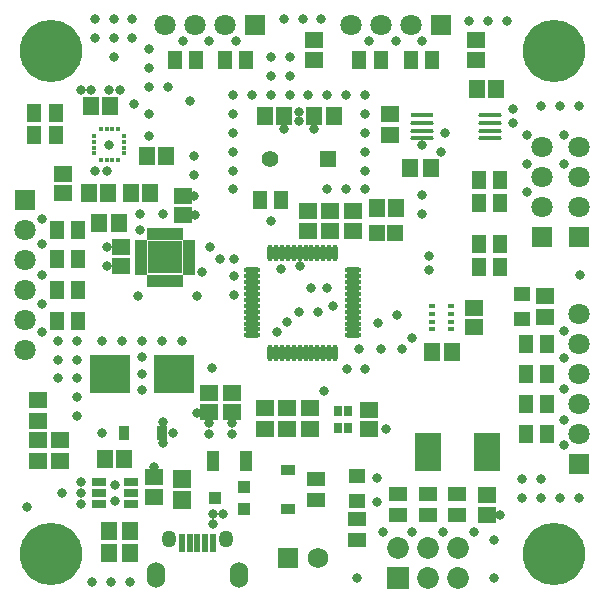
<source format=gts>
G04*
G04 #@! TF.GenerationSoftware,Altium Limited,Altium Designer,21.7.1 (17)*
G04*
G04 Layer_Color=8388736*
%FSLAX42Y42*%
%MOMM*%
G71*
G04*
G04 #@! TF.SameCoordinates,023FFD1A-8B7E-49EE-8FAD-F7FEFAD85E63*
G04*
G04*
G04 #@! TF.FilePolarity,Negative*
G04*
G01*
G75*
%ADD18R,1.96X0.42*%
G04:AMPARAMS|DCode=19|XSize=1.96mm|YSize=0.42mm|CornerRadius=0.21mm|HoleSize=0mm|Usage=FLASHONLY|Rotation=0.000|XOffset=0mm|YOffset=0mm|HoleType=Round|Shape=RoundedRectangle|*
%AMROUNDEDRECTD19*
21,1,1.96,0.00,0,0,0.0*
21,1,1.53,0.42,0,0,0.0*
1,1,0.42,0.77,0.00*
1,1,0.42,-0.77,0.00*
1,1,0.42,-0.77,0.00*
1,1,0.42,0.77,0.00*
%
%ADD19ROUNDEDRECTD19*%
%ADD27R,0.30X0.45*%
%ADD28R,0.45X0.30*%
%ADD30R,0.50X0.35*%
%ADD32R,0.91X1.22*%
%ADD34R,0.65X0.85*%
%ADD36R,1.22X0.91*%
%ADD40R,1.56X1.55*%
%ADD42R,1.00X1.80*%
%ADD43R,1.35X1.46*%
%ADD44R,0.60X1.55*%
%ADD45R,1.55X1.20*%
%ADD46R,1.20X1.55*%
%ADD47R,1.60X1.45*%
%ADD48R,1.00X1.00*%
%ADD49R,1.00X0.55*%
%ADD50R,0.55X1.05*%
%ADD51R,2.90X2.80*%
%ADD52R,1.45X1.60*%
%ADD53R,1.55X1.35*%
%ADD54R,3.40X3.30*%
%ADD55R,1.40X1.30*%
%ADD56R,2.20X3.20*%
%ADD57O,0.50X1.40*%
%ADD58O,1.40X0.50*%
%ADD59R,1.20X0.80*%
%ADD60R,1.35X1.55*%
%ADD61C,5.28*%
%ADD62O,1.55X2.20*%
%ADD63O,1.25X1.45*%
%ADD64C,1.80*%
%ADD65R,1.80X1.80*%
%ADD66R,1.40X1.40*%
%ADD67C,1.40*%
%ADD68R,1.80X1.80*%
%ADD69C,1.75*%
%ADD70R,1.75X1.75*%
%ADD71R,1.85X1.85*%
%ADD72C,1.85*%
%ADD73C,0.81*%
%ADD74C,0.56*%
%ADD75C,0.60*%
%ADD76C,1.00*%
%ADD77C,0.70*%
D18*
X6012Y6587D02*
D03*
D19*
Y6522D02*
D03*
Y6457D02*
D03*
Y6392D02*
D03*
X6588D02*
D03*
Y6457D02*
D03*
Y6522D02*
D03*
Y6587D02*
D03*
D27*
X3440Y6468D02*
D03*
X3390D02*
D03*
X3340D02*
D03*
X3290D02*
D03*
Y6213D02*
D03*
X3340D02*
D03*
X3390D02*
D03*
X3440D02*
D03*
D28*
X3238Y6415D02*
D03*
Y6365D02*
D03*
Y6315D02*
D03*
Y6265D02*
D03*
X3492D02*
D03*
Y6315D02*
D03*
Y6365D02*
D03*
Y6415D02*
D03*
D30*
X6100Y4778D02*
D03*
Y4842D02*
D03*
Y4908D02*
D03*
Y4972D02*
D03*
X6260D02*
D03*
Y4908D02*
D03*
Y4842D02*
D03*
Y4778D02*
D03*
D32*
X3814Y3900D02*
D03*
X3486D02*
D03*
D34*
X5297Y4083D02*
D03*
X5383D02*
D03*
X5297Y3938D02*
D03*
X5383D02*
D03*
D36*
X4880Y3256D02*
D03*
Y3584D02*
D03*
D40*
X3980Y3332D02*
D03*
Y3508D02*
D03*
D42*
X4240Y3660D02*
D03*
X4520D02*
D03*
D43*
X5630Y5590D02*
D03*
X5785D02*
D03*
D44*
X4240Y2967D02*
D03*
X4175D02*
D03*
X4110D02*
D03*
X4045D02*
D03*
X3980D02*
D03*
D45*
X6060Y3200D02*
D03*
Y3380D02*
D03*
X5458Y2990D02*
D03*
Y3170D02*
D03*
X5110Y3510D02*
D03*
Y3330D02*
D03*
X5810Y3380D02*
D03*
Y3200D02*
D03*
X6310Y3380D02*
D03*
Y3200D02*
D03*
D46*
X4340Y7060D02*
D03*
X4520D02*
D03*
X4100Y7060D02*
D03*
X3920D02*
D03*
X2730Y6420D02*
D03*
X2910D02*
D03*
X2730Y6610D02*
D03*
X2910D02*
D03*
X3100Y5620D02*
D03*
Y5370D02*
D03*
X3100Y5110D02*
D03*
X3100Y4850D02*
D03*
X6890Y4650D02*
D03*
X7070D02*
D03*
X6890Y3890D02*
D03*
X7070D02*
D03*
X6890Y4140D02*
D03*
X7070D02*
D03*
X6890Y4400D02*
D03*
X7070D02*
D03*
X6490Y5847D02*
D03*
X6670D02*
D03*
X6490Y6038D02*
D03*
X6670D02*
D03*
X6490Y5307D02*
D03*
X6670D02*
D03*
X2920Y4850D02*
D03*
X2920Y5110D02*
D03*
X4820Y5870D02*
D03*
X4640D02*
D03*
X6490Y5497D02*
D03*
X6670D02*
D03*
X6100Y7060D02*
D03*
X5920D02*
D03*
X5480D02*
D03*
X5660D02*
D03*
X2920Y5620D02*
D03*
Y5370D02*
D03*
D47*
X3740Y3358D02*
D03*
Y3522D02*
D03*
X2970Y6092D02*
D03*
Y5928D02*
D03*
X6450Y4958D02*
D03*
Y4792D02*
D03*
X3985Y5907D02*
D03*
Y5742D02*
D03*
X3460Y5308D02*
D03*
Y5472D02*
D03*
X4400Y4238D02*
D03*
Y4072D02*
D03*
X4210Y4238D02*
D03*
Y4072D02*
D03*
X5560Y4092D02*
D03*
Y3928D02*
D03*
X5045Y5775D02*
D03*
Y5610D02*
D03*
X5235Y5775D02*
D03*
Y5610D02*
D03*
X5425Y5775D02*
D03*
Y5610D02*
D03*
X6560Y3208D02*
D03*
Y3372D02*
D03*
D48*
X4500Y3255D02*
D03*
Y3445D02*
D03*
X4260Y3350D02*
D03*
D49*
X4035Y5260D02*
D03*
Y5310D02*
D03*
Y5360D02*
D03*
Y5410D02*
D03*
Y5460D02*
D03*
Y5510D02*
D03*
X3635Y5260D02*
D03*
Y5310D02*
D03*
Y5360D02*
D03*
Y5410D02*
D03*
Y5460D02*
D03*
Y5510D02*
D03*
D50*
X3960Y5583D02*
D03*
X3910D02*
D03*
X3860D02*
D03*
X3810D02*
D03*
X3760D02*
D03*
X3710D02*
D03*
X3960Y5188D02*
D03*
X3910D02*
D03*
X3860D02*
D03*
X3810D02*
D03*
X3760D02*
D03*
X3710D02*
D03*
D51*
X3835Y5385D02*
D03*
D52*
X3680Y6240D02*
D03*
X3845D02*
D03*
X3370Y6670D02*
D03*
X3205D02*
D03*
X3188Y5930D02*
D03*
X3353D02*
D03*
X6262Y4583D02*
D03*
X6097D02*
D03*
X3278Y5680D02*
D03*
X3442D02*
D03*
X3547Y5930D02*
D03*
X3712D02*
D03*
X3492Y3680D02*
D03*
X3328D02*
D03*
X5792Y5800D02*
D03*
X5628D02*
D03*
X6475Y6810D02*
D03*
X6640D02*
D03*
X4842Y6580D02*
D03*
X4678D02*
D03*
X5097D02*
D03*
X5262D02*
D03*
D53*
X2950Y3662D02*
D03*
Y3838D02*
D03*
X2760Y4000D02*
D03*
Y4175D02*
D03*
Y3662D02*
D03*
Y3838D02*
D03*
X6470Y7053D02*
D03*
Y7228D02*
D03*
X5100Y7053D02*
D03*
Y7228D02*
D03*
X5060Y3933D02*
D03*
Y4108D02*
D03*
X4870Y3933D02*
D03*
Y4108D02*
D03*
X4680Y3933D02*
D03*
Y4108D02*
D03*
X7050Y5058D02*
D03*
Y4883D02*
D03*
X5740Y6425D02*
D03*
Y6600D02*
D03*
D54*
X3910Y4400D02*
D03*
X3370D02*
D03*
D55*
X5458Y3530D02*
D03*
Y3320D02*
D03*
X6860Y5075D02*
D03*
Y4865D02*
D03*
D56*
X6060Y3740D02*
D03*
X6560D02*
D03*
D57*
X5275Y5425D02*
D03*
X5225D02*
D03*
X5175D02*
D03*
X5125D02*
D03*
X5075D02*
D03*
X5025D02*
D03*
X4975D02*
D03*
X4925D02*
D03*
X4875D02*
D03*
X4825D02*
D03*
X4775D02*
D03*
X4725D02*
D03*
Y4575D02*
D03*
X4775D02*
D03*
X4825D02*
D03*
X4875D02*
D03*
X4925D02*
D03*
X4975D02*
D03*
X5025D02*
D03*
X5075D02*
D03*
X5125D02*
D03*
X5175D02*
D03*
X5225D02*
D03*
X5275D02*
D03*
D58*
X4575Y5275D02*
D03*
Y5225D02*
D03*
Y5175D02*
D03*
Y5125D02*
D03*
Y5075D02*
D03*
Y5025D02*
D03*
Y4975D02*
D03*
Y4925D02*
D03*
Y4875D02*
D03*
Y4825D02*
D03*
Y4775D02*
D03*
Y4725D02*
D03*
X5425D02*
D03*
Y4775D02*
D03*
Y4825D02*
D03*
Y4875D02*
D03*
Y4925D02*
D03*
Y4975D02*
D03*
Y5025D02*
D03*
Y5075D02*
D03*
Y5125D02*
D03*
Y5175D02*
D03*
Y5225D02*
D03*
Y5275D02*
D03*
D59*
X3275Y3485D02*
D03*
Y3390D02*
D03*
Y3295D02*
D03*
X3545D02*
D03*
Y3390D02*
D03*
Y3485D02*
D03*
D60*
X3360Y3070D02*
D03*
X3535D02*
D03*
Y2880D02*
D03*
X3360D02*
D03*
X6088Y6140D02*
D03*
X5912D02*
D03*
D61*
X2870Y7130D02*
D03*
X7130D02*
D03*
Y2870D02*
D03*
X2870D02*
D03*
D62*
X4461Y2700D02*
D03*
X3759D02*
D03*
D63*
X4353Y3000D02*
D03*
X3867D02*
D03*
D64*
X4344Y7350D02*
D03*
X4090D02*
D03*
X3836D02*
D03*
X2650Y5113D02*
D03*
Y5621D02*
D03*
Y5367D02*
D03*
Y4859D02*
D03*
Y4605D02*
D03*
X7030Y6322D02*
D03*
Y6068D02*
D03*
Y5814D02*
D03*
X7340Y6322D02*
D03*
Y6068D02*
D03*
Y5814D02*
D03*
X5406Y7350D02*
D03*
X5660D02*
D03*
X5914D02*
D03*
X7340Y4397D02*
D03*
Y3889D02*
D03*
Y4143D02*
D03*
Y4651D02*
D03*
Y4905D02*
D03*
D65*
X4598Y7350D02*
D03*
X6168D02*
D03*
D66*
X5214Y6220D02*
D03*
D67*
X4726D02*
D03*
D68*
X2650Y5875D02*
D03*
X7030Y5560D02*
D03*
X7340D02*
D03*
Y3635D02*
D03*
D69*
X5127Y2840D02*
D03*
D70*
X4873D02*
D03*
D71*
X5806Y2673D02*
D03*
D72*
Y2927D02*
D03*
X6060Y2673D02*
D03*
X6314D02*
D03*
X6060Y2927D02*
D03*
X6314D02*
D03*
D73*
X5710Y3930D02*
D03*
X5460Y3530D02*
D03*
X3547Y5930D02*
D03*
X5912Y6140D02*
D03*
X7210Y6420D02*
D03*
X6900D02*
D03*
X7210Y6180D02*
D03*
X6900Y5940D02*
D03*
Y6180D02*
D03*
X7210Y4760D02*
D03*
Y4530D02*
D03*
Y4270D02*
D03*
Y4010D02*
D03*
Y3800D02*
D03*
X6450Y3060D02*
D03*
X6190D02*
D03*
X5930D02*
D03*
X5680D02*
D03*
X2790Y4750D02*
D03*
Y4990D02*
D03*
Y5240D02*
D03*
Y5500D02*
D03*
Y5710D02*
D03*
X3990Y7220D02*
D03*
X4440D02*
D03*
X4210D02*
D03*
X5790D02*
D03*
X6010D02*
D03*
X5560D02*
D03*
X6640Y6810D02*
D03*
X6475D02*
D03*
X5740Y6600D02*
D03*
X6470Y7228D02*
D03*
X5100D02*
D03*
X3680Y6240D02*
D03*
X3845D02*
D03*
X2730Y6610D02*
D03*
Y6420D02*
D03*
X2910Y6610D02*
D03*
Y6420D02*
D03*
X2970Y6092D02*
D03*
Y5928D02*
D03*
X3342Y5472D02*
D03*
X2760Y4175D02*
D03*
X2950Y3838D02*
D03*
X3535Y2880D02*
D03*
X5458Y2990D02*
D03*
X6453Y4790D02*
D03*
X6450Y4958D02*
D03*
X6860Y5075D02*
D03*
X7053Y5060D02*
D03*
X6060Y3650D02*
D03*
X6060Y3740D02*
D03*
X6060Y3830D02*
D03*
X5110Y3510D02*
D03*
X6210Y6440D02*
D03*
X4890Y6920D02*
D03*
Y7080D02*
D03*
X4730Y6920D02*
D03*
Y7080D02*
D03*
X4840Y7400D02*
D03*
X7340Y3350D02*
D03*
X3535Y2640D02*
D03*
X3375D02*
D03*
X3215D02*
D03*
X4400Y4238D02*
D03*
X4210D02*
D03*
X6010Y5750D02*
D03*
Y5910D02*
D03*
X3570Y6680D02*
D03*
X3700Y6599D02*
D03*
Y6410D02*
D03*
X4220Y5470D02*
D03*
X6672Y3208D02*
D03*
X5380Y4440D02*
D03*
X7350Y5240D02*
D03*
X6860Y3350D02*
D03*
Y3510D02*
D03*
X7020D02*
D03*
X7340Y6670D02*
D03*
X7180D02*
D03*
X7020D02*
D03*
X5930Y4700D02*
D03*
X5630Y3520D02*
D03*
Y3310D02*
D03*
X6620Y2990D02*
D03*
X7020Y3350D02*
D03*
X7180D02*
D03*
X6620Y2670D02*
D03*
X5460D02*
D03*
X4149Y5260D02*
D03*
X5560Y4092D02*
D03*
Y3928D02*
D03*
X6097Y4583D02*
D03*
X6262D02*
D03*
X6780Y6640D02*
D03*
X4975Y5315D02*
D03*
X6010Y6340D02*
D03*
X6410Y7390D02*
D03*
X6570D02*
D03*
X6730D02*
D03*
X4842Y6472D02*
D03*
X4970Y6540D02*
D03*
Y6620D02*
D03*
X5097Y6472D02*
D03*
X4570Y6760D02*
D03*
X4410Y6280D02*
D03*
Y6440D02*
D03*
Y6760D02*
D03*
X5530Y6440D02*
D03*
Y5960D02*
D03*
Y6280D02*
D03*
Y6760D02*
D03*
Y6120D02*
D03*
X5370Y6760D02*
D03*
X5530Y6600D02*
D03*
X5370Y5960D02*
D03*
X5210D02*
D03*
X4410Y6120D02*
D03*
X5210Y6760D02*
D03*
X4410Y5960D02*
D03*
X5050Y6760D02*
D03*
X4890D02*
D03*
X3240Y7400D02*
D03*
X3400D02*
D03*
X3560D02*
D03*
X4410Y6600D02*
D03*
X5160Y7400D02*
D03*
X5000D02*
D03*
X3360Y6800D02*
D03*
X2670Y3270D02*
D03*
X2960Y3390D02*
D03*
X3300Y3900D02*
D03*
X3090Y4040D02*
D03*
Y4200D02*
D03*
Y4360D02*
D03*
X2930D02*
D03*
X3090Y4520D02*
D03*
X2930D02*
D03*
X3090Y4680D02*
D03*
X2930D02*
D03*
X4330Y3210D02*
D03*
X4240D02*
D03*
X4730Y5690D02*
D03*
X3400Y7080D02*
D03*
X4420Y5370D02*
D03*
X4730Y6760D02*
D03*
X4080Y6080D02*
D03*
Y6240D02*
D03*
X3120Y3390D02*
D03*
Y3300D02*
D03*
X3410Y3460D02*
D03*
Y3320D02*
D03*
X3120Y3480D02*
D03*
X3820Y3810D02*
D03*
Y3990D02*
D03*
X4110Y4070D02*
D03*
X4210Y3890D02*
D03*
X4400D02*
D03*
X3740Y3610D02*
D03*
X3900Y3900D02*
D03*
X4400Y3980D02*
D03*
X4210D02*
D03*
X3640Y4260D02*
D03*
Y4540D02*
D03*
Y4400D02*
D03*
X3790Y4520D02*
D03*
X3950Y4440D02*
D03*
X3790Y4360D02*
D03*
Y4280D02*
D03*
X4030Y4440D02*
D03*
X3870D02*
D03*
Y4280D02*
D03*
X3950D02*
D03*
X3870Y4520D02*
D03*
X4030Y4280D02*
D03*
X3950Y4520D02*
D03*
X3790Y4440D02*
D03*
X4030Y4520D02*
D03*
X3950Y4360D02*
D03*
X4030D02*
D03*
X3870D02*
D03*
X4300Y5370D02*
D03*
X4110Y5060D02*
D03*
X4088Y5742D02*
D03*
X4083Y5907D02*
D03*
X3700Y7150D02*
D03*
Y6990D02*
D03*
Y6830D02*
D03*
X3120Y6800D02*
D03*
X3210D02*
D03*
X3450D02*
D03*
X3278Y5680D02*
D03*
X3822Y5752D02*
D03*
X3620Y5750D02*
D03*
X3342Y5308D02*
D03*
X5180Y4250D02*
D03*
X3620Y5620D02*
D03*
X5070Y5130D02*
D03*
X4820Y5290D02*
D03*
X5210Y5130D02*
D03*
X5130Y4920D02*
D03*
X5260Y4970D02*
D03*
X3610Y5060D02*
D03*
X3860Y6830D02*
D03*
X4050Y6710D02*
D03*
X3400Y7240D02*
D03*
X3240D02*
D03*
X3560D02*
D03*
X3240Y6120D02*
D03*
X3340D02*
D03*
X3360Y6340D02*
D03*
X3440Y5680D02*
D03*
X3300Y4680D02*
D03*
X3470D02*
D03*
X3640D02*
D03*
X3980D02*
D03*
X3810D02*
D03*
X4230Y4450D02*
D03*
X5840Y4610D02*
D03*
X5660D02*
D03*
X6780Y6520D02*
D03*
X4970Y4920D02*
D03*
X4870Y4840D02*
D03*
X4240Y3130D02*
D03*
X4420Y5230D02*
D03*
Y5070D02*
D03*
X4780Y4750D02*
D03*
X5480Y4610D02*
D03*
X5530Y4440D02*
D03*
X5640Y4829D02*
D03*
X5800Y4900D02*
D03*
X6070Y5280D02*
D03*
Y5400D02*
D03*
X6170Y6280D02*
D03*
D74*
X3020Y6980D02*
D03*
X2660Y7130D02*
D03*
X2870Y7340D02*
D03*
Y6920D02*
D03*
X3080Y7130D02*
D03*
X3020Y7280D02*
D03*
X2720Y6980D02*
D03*
X7280D02*
D03*
X6920Y7130D02*
D03*
X7130Y7340D02*
D03*
Y6920D02*
D03*
X7340Y7130D02*
D03*
X7280Y7280D02*
D03*
X6980Y6980D02*
D03*
X7280Y2720D02*
D03*
X6920Y2870D02*
D03*
X7130Y3080D02*
D03*
Y2660D02*
D03*
X7340Y2870D02*
D03*
X7280Y3020D02*
D03*
X6980Y2720D02*
D03*
X3020D02*
D03*
X2660Y2870D02*
D03*
X2870Y3080D02*
D03*
Y2660D02*
D03*
X3080Y2870D02*
D03*
X3020Y3020D02*
D03*
X2720Y2720D02*
D03*
D75*
Y7280D02*
D03*
X6980D02*
D03*
Y3020D02*
D03*
X2720D02*
D03*
D76*
X5785Y5590D02*
D03*
X5792Y5800D02*
D03*
X5425Y5775D02*
D03*
X5235D02*
D03*
X5045D02*
D03*
D77*
X3890Y5440D02*
D03*
X3780D02*
D03*
Y5330D02*
D03*
X3890D02*
D03*
M02*

</source>
